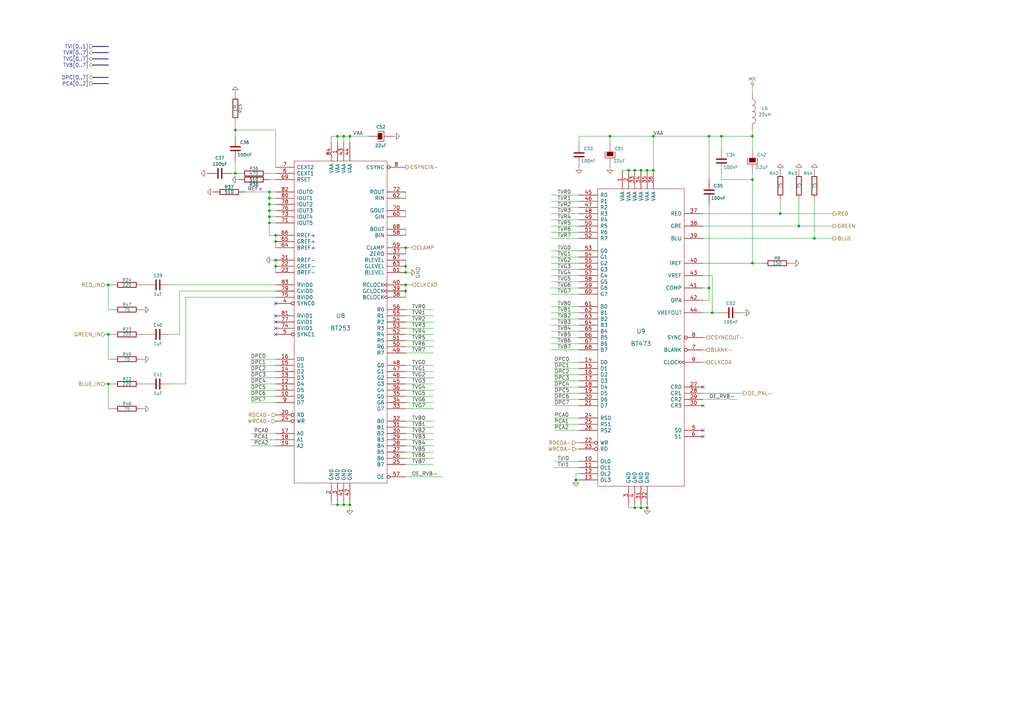
<source format=kicad_sch>
(kicad_sch (version 20241209) (generator "eeschema") (generator_version "9.0")
  (paper "A3")
  (title_block (title "Video") (date "Sun 22 Mar 2015") (rev "2.0B") (company "Kicad EDA"))
  (lib_symbols
    (symbol "video_schlib:BT253" (pin_names (offset 1.016))
      (property "Reference" "U" (at 0 2.54 0))
      (property "Value" "BT253" (at 0 -2.54 0))
      (symbol "BT253_0_1"
        (rectangle (start -19.05 -66.04) (end 19.05 66.04))
      )
      (symbol "BT253_1_1"
        (pin input line (at -26.67 63.5 0) (length 7.62) (name "CEXT2") (number "7"))
        (pin output line (at -26.67 60.96 0) (length 7.62) (name "CEXT1") (number "6"))
        (pin input line (at -26.67 58.42 0) (length 7.62) (name "RSET") (number "69"))
        (pin passive line (at -26.67 53.34 0) (length 7.62) (name "IOUT0") (number "82"))
        (pin passive line (at -26.67 50.8 0) (length 7.62) (name "IOUT1") (number "80"))
        (pin passive line (at -26.67 48.26 0) (length 7.62) (name "IOUT2") (number "78"))
        (pin passive line (at -26.67 45.72 0) (length 7.62) (name "IOUT3") (number "76"))
        (pin passive line (at -26.67 43.18 0) (length 7.62) (name "IOUT4") (number "73"))
        (pin passive line (at -26.67 40.64 0) (length 7.62) (name "IOUT5") (number "71"))
        (pin input line (at -26.67 35.56 0) (length 7.62) (name "RREF+") (number "66"))
        (pin input line (at -26.67 33.02 0) (length 7.62) (name "GREF+") (number "65"))
        (pin input line (at -26.67 30.48 0) (length 7.62) (name "BREF+") (number "64"))
        (pin input line (at -26.67 25.4 0) (length 7.62) (name "RREF-") (number "21"))
        (pin input line (at -26.67 22.86 0) (length 7.62) (name "GREF-") (number "22"))
        (pin input line (at -26.67 20.32 0) (length 7.62) (name "BREF-") (number "23"))
        (pin input line (at -26.67 15.24 0) (length 7.62) (name "RVID0") (number "83"))
        (pin input line (at -26.67 12.7 0) (length 7.62) (name "GVID0") (number "79"))
        (pin input line (at -26.67 10.16 0) (length 7.62) (name "BVID0") (number "75"))
        (pin input inverted (at -26.67 7.62 0) (length 7.62) (name "SYNC0") (number "4"))
        (pin input line (at -26.67 2.54 0) (length 7.62) (name "RVID1") (number "81"))
        (pin input line (at -26.67 0 0) (length 7.62) (name "GVID1") (number "77"))
        (pin input line (at -26.67 -2.54 0) (length 7.62) (name "BVID1") (number "74"))
        (pin input inverted (at -26.67 -5.08 0) (length 7.62) (name "SYNC1") (number "5"))
        (pin tri_state line (at -26.67 -15.24 0) (length 7.62) (name "D0") (number "16"))
        (pin tri_state line (at -26.67 -17.78 0) (length 7.62) (name "D1") (number "15"))
        (pin tri_state line (at -26.67 -20.32 0) (length 7.62) (name "D2") (number "14"))
        (pin tri_state line (at -26.67 -22.86 0) (length 7.62) (name "D3") (number "13"))
        (pin tri_state line (at -26.67 -25.4 0) (length 7.62) (name "D4") (number "12"))
        (pin tri_state line (at -26.67 -27.94 0) (length 7.62) (name "D5") (number "11"))
        (pin tri_state line (at -26.67 -30.48 0) (length 7.62) (name "D6") (number "10"))
        (pin tri_state line (at -26.67 -33.02 0) (length 7.62) (name "D7") (number "9"))
        (pin input inverted (at -26.67 -38.1 0) (length 7.62) (name "RD") (number "20"))
        (pin input inverted (at -26.67 -40.64 0) (length 7.62) (name "WR") (number "24"))
        (pin input line (at -26.67 -45.72 0) (length 7.62) (name "A0") (number "17"))
        (pin input line (at -26.67 -48.26 0) (length 7.62) (name "A1") (number "18"))
        (pin input line (at -26.67 -50.8 0) (length 7.62) (name "A2") (number "19"))
        (pin input line (at -3.81 73.66 270) (length 7.62) (name "VAA") (number "84"))
        (pin input line (at -3.81 -73.66 90) (length 7.62) (name "GND") (number "2"))
        (pin input line (at -1.27 73.66 270) (length 7.62) (name "VAA") (number "1"))
        (pin input line (at -1.27 -73.66 90) (length 7.62) (name "GND") (number "3"))
        (pin input line (at 1.27 73.66 270) (length 7.62) (name "VAA") (number "43"))
        (pin input line (at 1.27 -73.66 90) (length 7.62) (name "GND") (number "41"))
        (pin input line (at 3.81 73.66 270) (length 7.62) (name "VAA") (number "44"))
        (pin input line (at 3.81 -73.66 90) (length 7.62) (name "GND") (number "42"))
        (pin output inverted (at 26.67 63.5 180) (length 7.62) (name "CSYNC") (number "8"))
        (pin output line (at 26.67 53.34 180) (length 7.62) (name "ROUT") (number "72"))
        (pin input line (at 26.67 50.8 180) (length 7.62) (name "RIN") (number "62"))
        (pin output line (at 26.67 45.72 180) (length 7.62) (name "GOUT") (number "70"))
        (pin input line (at 26.67 43.18 180) (length 7.62) (name "GIN") (number "60"))
        (pin output line (at 26.67 38.1 180) (length 7.62) (name "BOUT") (number "68"))
        (pin input line (at 26.67 35.56 180) (length 7.62) (name "BIN") (number "58"))
        (pin input line (at 26.67 30.48 180) (length 7.62) (name "CLAMP") (number "59"))
        (pin input line (at 26.67 27.94 180) (length 7.62) (name "ZERO") (number "37"))
        (pin input line (at 26.67 25.4 180) (length 7.62) (name "RLEVEL") (number "67"))
        (pin input line (at 26.67 22.86 180) (length 7.62) (name "GLEVEL") (number "63"))
        (pin input line (at 26.67 20.32 180) (length 7.62) (name "BLEVEL") (number "61"))
        (pin input clock (at 26.67 15.24 180) (length 7.62) (name "RCLOCK") (number "40"))
        (pin input clock (at 26.67 12.7 180) (length 7.62) (name "GCLOCK") (number "39"))
        (pin input clock (at 26.67 10.16 180) (length 7.62) (name "BCLOCK") (number "38"))
        (pin tri_state line (at 26.67 5.08 180) (length 7.62) (name "R0") (number "56"))
        (pin tri_state line (at 26.67 2.54 180) (length 7.62) (name "R1") (number "55"))
        (pin tri_state line (at 26.67 0 180) (length 7.62) (name "R2") (number "54"))
        (pin tri_state line (at 26.67 -2.54 180) (length 7.62) (name "R3") (number "53"))
        (pin tri_state line (at 26.67 -5.08 180) (length 7.62) (name "R4") (number "52"))
        (pin tri_state line (at 26.67 -7.62 180) (length 7.62) (name "R5") (number "51"))
        (pin tri_state line (at 26.67 -10.16 180) (length 7.62) (name "R6") (number "50"))
        (pin tri_state line (at 26.67 -12.7 180) (length 7.62) (name "R7") (number "49"))
        (pin tri_state line (at 26.67 -17.78 180) (length 7.62) (name "G0") (number "48"))
        (pin tri_state line (at 26.67 -20.32 180) (length 7.62) (name "G1") (number "47"))
        (pin tri_state line (at 26.67 -22.86 180) (length 7.62) (name "G2") (number "46"))
        (pin tri_state line (at 26.67 -25.4 180) (length 7.62) (name "G3") (number "45"))
        (pin tri_state line (at 26.67 -27.94 180) (length 7.62) (name "G4") (number "36"))
        (pin tri_state line (at 26.67 -30.48 180) (length 7.62) (name "G5") (number "35"))
        (pin tri_state line (at 26.67 -33.02 180) (length 7.62) (name "G6") (number "34"))
        (pin tri_state line (at 26.67 -35.56 180) (length 7.62) (name "G7") (number "33"))
        (pin tri_state line (at 26.67 -40.64 180) (length 7.62) (name "B0") (number "32"))
        (pin tri_state line (at 26.67 -43.18 180) (length 7.62) (name "B1") (number "31"))
        (pin tri_state line (at 26.67 -45.72 180) (length 7.62) (name "B2") (number "30"))
        (pin tri_state line (at 26.67 -48.26 180) (length 7.62) (name "B3") (number "29"))
        (pin tri_state line (at 26.67 -50.8 180) (length 7.62) (name "B4") (number "28"))
        (pin tri_state line (at 26.67 -53.34 180) (length 7.62) (name "B5") (number "27"))
        (pin tri_state line (at 26.67 -55.88 180) (length 7.62) (name "B6") (number "26"))
        (pin tri_state line (at 26.67 -58.42 180) (length 7.62) (name "B7") (number "25"))
        (pin input inverted (at 26.67 -63.5 180) (length 7.62) (name "OE") (number "57"))
      )
    )
    (symbol "video_schlib:BT473" (pin_names (offset 1.016))
      (property "Reference" "U" (at 0 2.54 0))
      (property "Value" "BT473" (at 0 -2.54 0))
      (symbol "BT473_0_1"
        (rectangle (start -17.78 -60.96) (end 17.78 60.96))
      )
      (symbol "BT473_1_1"
        (pin input line (at -25.4 58.42 0) (length 7.62) (name "R0") (number "45"))
        (pin input line (at -25.4 55.88 0) (length 7.62) (name "R1") (number "46"))
        (pin input line (at -25.4 53.34 0) (length 7.62) (name "R2") (number "47"))
        (pin input line (at -25.4 50.8 0) (length 7.62) (name "R3") (number "48"))
        (pin input line (at -25.4 48.26 0) (length 7.62) (name "R4") (number "49"))
        (pin input line (at -25.4 45.72 0) (length 7.62) (name "R5") (number "50"))
        (pin input line (at -25.4 43.18 0) (length 7.62) (name "R6") (number "51"))
        (pin input line (at -25.4 40.64 0) (length 7.62) (name "R7") (number "52"))
        (pin input line (at -25.4 35.56 0) (length 7.62) (name "G0") (number "53"))
        (pin input line (at -25.4 33.02 0) (length 7.62) (name "G1") (number "54"))
        (pin input line (at -25.4 30.48 0) (length 7.62) (name "G2") (number "55"))
        (pin input line (at -25.4 27.94 0) (length 7.62) (name "G3") (number "56"))
        (pin input line (at -25.4 25.4 0) (length 7.62) (name "G4") (number "57"))
        (pin input line (at -25.4 22.86 0) (length 7.62) (name "G5") (number "58"))
        (pin input line (at -25.4 20.32 0) (length 7.62) (name "G6") (number "59"))
        (pin input line (at -25.4 17.78 0) (length 7.62) (name "G7") (number "60"))
        (pin input line (at -25.4 12.7 0) (length 7.62) (name "B0") (number "61"))
        (pin input line (at -25.4 10.16 0) (length 7.62) (name "B1") (number "62"))
        (pin input line (at -25.4 7.62 0) (length 7.62) (name "B2") (number "63"))
        (pin input line (at -25.4 5.08 0) (length 7.62) (name "B3") (number "64"))
        (pin input line (at -25.4 2.54 0) (length 7.62) (name "B4") (number "65"))
        (pin input line (at -25.4 0 0) (length 7.62) (name "B5") (number "66"))
        (pin input line (at -25.4 -2.54 0) (length 7.62) (name "B6") (number "67"))
        (pin input line (at -25.4 -5.08 0) (length 7.62) (name "B7") (number "68"))
        (pin input line (at -25.4 -10.16 0) (length 7.62) (name "D0") (number "14"))
        (pin input line (at -25.4 -12.7 0) (length 7.62) (name "D1") (number "15"))
        (pin input line (at -25.4 -15.24 0) (length 7.62) (name "D2") (number "16"))
        (pin input line (at -25.4 -17.78 0) (length 7.62) (name "D3") (number "17"))
        (pin input line (at -25.4 -20.32 0) (length 7.62) (name "D4") (number "18"))
        (pin input line (at -25.4 -22.86 0) (length 7.62) (name "D5") (number "19"))
        (pin input line (at -25.4 -25.4 0) (length 7.62) (name "D6") (number "20"))
        (pin input line (at -25.4 -27.94 0) (length 7.62) (name "D7") (number "21"))
        (pin input line (at -25.4 -33.02 0) (length 7.62) (name "RS0") (number "24"))
        (pin input line (at -25.4 -35.56 0) (length 7.62) (name "RS1") (number "25"))
        (pin input line (at -25.4 -38.1 0) (length 7.62) (name "RS2") (number "26"))
        (pin input inverted (at -25.4 -43.18 0) (length 7.62) (name "WR") (number "22"))
        (pin input inverted (at -25.4 -45.72 0) (length 7.62) (name "RD") (number "23"))
        (pin input line (at -25.4 -50.8 0) (length 7.62) (name "OL0") (number "10"))
        (pin input line (at -25.4 -53.34 0) (length 7.62) (name "OL1") (number "11"))
        (pin input line (at -25.4 -55.88 0) (length 7.62) (name "OL2") (number "12"))
        (pin input line (at -25.4 -58.42 0) (length 7.62) (name "OL3") (number "13"))
        (pin input line (at -7.62 68.58 270) (length 7.62) (name "VAA") (number "1"))
        (pin input line (at -5.08 68.58 270) (length 7.62) (name "VAA") (number "2"))
        (pin input line (at -5.08 -68.58 90) (length 7.62) (name "GND") (number "3"))
        (pin input line (at -2.54 68.58 270) (length 7.62) (name "VAA") (number "33"))
        (pin input line (at -2.54 -68.58 90) (length 7.62) (name "GND") (number "4"))
        (pin input line (at 0 68.58 270) (length 7.62) (name "VAA") (number "34"))
        (pin input line (at 0 -68.58 90) (length 7.62) (name "GND") (number "31"))
        (pin input line (at 2.54 68.58 270) (length 7.62) (name "VAA") (number "35"))
        (pin input line (at 2.54 -68.58 90) (length 7.62) (name "GND") (number "32"))
        (pin input line (at 5.08 68.58 270) (length 7.62) (name "VAA") (number "36"))
        (pin output line (at 25.4 50.8 180) (length 7.62) (name "RED") (number "37"))
        (pin output line (at 25.4 45.72 180) (length 7.62) (name "GRE") (number "38"))
        (pin output line (at 25.4 40.64 180) (length 7.62) (name "BLU") (number "39"))
        (pin input line (at 25.4 30.48 180) (length 7.62) (name "IREF") (number "40"))
        (pin input line (at 25.4 25.4 180) (length 7.62) (name "VREF") (number "43"))
        (pin input line (at 25.4 20.32 180) (length 7.62) (name "COMP") (number "41"))
        (pin output line (at 25.4 15.24 180) (length 7.62) (name "OPA") (number "42"))
        (pin output line (at 25.4 10.16 180) (length 7.62) (name "VREFOUT") (number "44"))
        (pin input inverted (at 25.4 0 180) (length 7.62) (name "SYNC") (number "8"))
        (pin input inverted (at 25.4 -5.08 180) (length 7.62) (name "BLANK") (number "7"))
        (pin input clock (at 25.4 -10.16 180) (length 7.62) (name "CLOCK") (number "9"))
        (pin output line (at 25.4 -20.32 180) (length 7.62) (name "CR0") (number "27"))
        (pin output line (at 25.4 -22.86 180) (length 7.62) (name "CR1") (number "28"))
        (pin output line (at 25.4 -25.4 180) (length 7.62) (name "CR2") (number "29"))
        (pin output line (at 25.4 -27.94 180) (length 7.62) (name "CR3") (number "30"))
        (pin input line (at 25.4 -38.1 180) (length 7.62) (name "S0") (number "5"))
        (pin input line (at 25.4 -40.64 180) (length 7.62) (name "S1") (number "6"))
      )
    )
    (symbol "video_schlib:C" (pin_numbers (hide yes)) (pin_names (offset 0.254))
      (property "Reference" "C" (at 0 2.54 0))
      (property "Value" "C" (at 0.1524 -2.159 0))
      (symbol "C_0_1"
        (polyline (pts (xy -2.032 0.762) (xy 2.032 0.762)) (stroke (width 0.508)))
        (polyline (pts (xy -2.032 -0.762) (xy 2.032 -0.762)) (stroke (width 0.508)))
      )
      (symbol "C_1_1"
        (pin passive line (at 0 5.08 270) (length 4.318) (name "~") (number "1"))
        (pin passive line (at 0 -5.08 90) (length 4.318) (name "~") (number "2"))
      )
    )
    (symbol "video_schlib:CP" (pin_numbers (hide yes)) (pin_names (offset 0.254) (hide yes))
      (property "Reference" "C" (at 1.27 2.54 0))
      (property "Value" "CP" (at 1.27 -2.54 0))
      (symbol "CP_0_1"
        (polyline (pts (xy -2.032 1.27) (xy -2.032 -1.27) (xy 2.032 -1.27) (xy 2.032 1.27)) (stroke (width 0.2032)))
        (polyline (pts (xy -1.27 1.27) (xy -1.27 -0.508) (xy 1.27 -0.508) (xy 1.27 1.27)) (fill (type outline)))
      )
      (symbol "CP_1_1"
        (pin passive line (at 0 5.08 270) (length 3.81) (name "~") (number "1"))
        (pin passive line (at 0 -5.08 90) (length 3.81) (name "~") (number "2"))
      )
    )
    (symbol "video_schlib:GND" (power) (pin_names (offset 0))
      (symbol "GND_0_1"
        (polyline (pts (xy -1.27 0) (xy 0 -1.27) (xy 1.27 0) (xy -1.27 0)))
      )
      (symbol "GND_1_1"
        (pin power_in line (at 0 0 90) (length 0) (hide yes) (name "GND") (number "1"))
      )
    )
    (symbol "video_schlib:INDUCTOR" (pin_numbers (hide yes)) (pin_names (offset 1.016) (hide yes))
      (property "Reference" "L" (at -1.27 0 90))
      (property "Value" "INDUCTOR" (at 2.54 0 90))
      (symbol "INDUCTOR_0_1"
        (arc (start 0.0254 4.9784) (mid 1.1942 3.7719) (end 0.0254 2.5654))
        (arc (start 0.0254 2.5908) (mid 1.2704 1.3081) (end 0.0254 0.0254))
        (arc (start 0.0254 0.0508) (mid 1.2704 -1.2319) (end 0.0254 -2.5146))
        (arc (start 0.0254 -2.54) (mid 1.245 -3.7973) (end 0.0254 -5.0546))
      )
      (symbol "INDUCTOR_1_1"
        (pin passive line (at 0 7.62 270) (length 2.54) (name "1") (number "1"))
        (pin passive line (at 0 -7.62 90) (length 2.54) (name "2") (number "2"))
      )
    )
    (symbol "video_schlib:R" (pin_numbers (hide yes)) (pin_names (offset 0))
      (property "Reference" "R" (at 2.032 0 90))
      (property "Value" "R" (at 0.1778 0.0254 90))
      (symbol "R_0_1"
        (rectangle (start -1.016 3.81) (end 1.016 -3.81) (stroke (width 0.3048)))
      )
      (symbol "R_1_1"
        (pin passive line (at 0 6.35 270) (length 2.54) (name "~") (number "1"))
        (pin passive line (at 0 -6.35 90) (length 2.54) (name "~") (number "2"))
      )
    )
    (symbol "video_schlib:VCC" (power) (pin_names (offset 0))
      (property "Value" "VCC" (at 0 2.54 0))
      (symbol "VCC_0_0"
        (pin power_in line (at 0 0 90) (length 0) (hide yes) (name "VCC") (number "1"))
      )
      (symbol "VCC_0_1"
        (circle (center 0 1.27) (radius 0.508))
        (polyline (pts (xy 0 0) (xy 0 0.762) (xy 0 0.762)))
      )
    )
  )
  (junction (at 166.37 111.76) (diameter 0.9144))
  (junction (at 308.61 73.66) (diameter 0.9144))
  (junction (at 166.37 119.38) (diameter 0.9144))
  (junction (at 327.66 92.71) (diameter 0.9144))
  (junction (at 110.49 81.28) (diameter 0.9144))
  (junction (at 262.89 208.28) (diameter 0.9144))
  (junction (at 44.45 116.84) (diameter 0.9144))
  (junction (at 110.49 78.74) (diameter 0.9144))
  (junction (at 308.61 55.88) (diameter 0.9144))
  (junction (at 140.97 207.01) (diameter 0.9144))
  (junction (at 110.49 83.82) (diameter 0.9144))
  (junction (at 260.35 69.85) (diameter 0.9144))
  (junction (at 265.43 69.85) (diameter 0.9144))
  (junction (at 290.83 118.11) (diameter 0.9144))
  (junction (at 236.22 196.85) (diameter 0.9144))
  (junction (at 166.37 109.22) (diameter 0.9144))
  (junction (at 295.91 55.88) (diameter 0.9144))
  (junction (at 267.97 69.85) (diameter 0.9144))
  (junction (at 138.43 207.01) (diameter 0.9144))
  (junction (at 292.1 128.27) (diameter 0.9144))
  (junction (at 262.89 69.85) (diameter 0.9144))
  (junction (at 143.51 207.01) (diameter 0.9144))
  (junction (at 138.43 55.88) (diameter 0.9144))
  (junction (at 320.04 87.63) (diameter 0.9144))
  (junction (at 166.37 101.6) (diameter 0.9144))
  (junction (at 96.52 53.34) (diameter 0.9144))
  (junction (at 44.45 157.48) (diameter 0.9144))
  (junction (at 308.61 107.95) (diameter 0.9144))
  (junction (at 113.03 96.52) (diameter 0.9144))
  (junction (at 110.49 88.9) (diameter 0.9144))
  (junction (at 44.45 137.16) (diameter 0.9144))
  (junction (at 166.37 116.84) (diameter 0.9144))
  (junction (at 250.19 55.88) (diameter 0.9144))
  (junction (at 334.01 97.79) (diameter 0.9144))
  (junction (at 113.03 106.68) (diameter 0.9144))
  (junction (at 110.49 86.36) (diameter 0.9144))
  (junction (at 140.97 55.88) (diameter 0.9144))
  (junction (at 113.03 99.06) (diameter 0.9144))
  (junction (at 265.43 208.28) (diameter 0.9144))
  (junction (at 290.83 55.88) (diameter 0.9144))
  (junction (at 113.03 109.22) (diameter 0.9144))
  (junction (at 267.97 55.88) (diameter 0.9144))
  (junction (at 110.49 91.44) (diameter 0.9144))
  (junction (at 257.81 69.85) (diameter 0.9144))
  (junction (at 143.51 55.88) (diameter 0.9144))
  (junction (at 96.52 71.12) (diameter 0.9144))
  (junction (at 260.35 208.28) (diameter 0.9144))
  (no_connect (at 288.29 166.37))
  (no_connect (at 288.29 158.75))
  (no_connect (at 113.03 137.16))
  (no_connect (at 113.03 129.54))
  (no_connect (at 288.29 176.53))
  (no_connect (at 288.29 179.07))
  (no_connect (at 113.03 134.62))
  (no_connect (at 113.03 132.08))
  (no_connect (at 113.03 124.46))
  (wire (pts (xy 226.06 102.87) (xy 237.49 102.87)))
  (wire (pts (xy 58.42 137.16) (xy 59.69 137.16)))
  (wire (pts (xy 95.25 71.12) (xy 96.52 71.12)))
  (wire (pts (xy 102.87 180.34) (xy 113.03 180.34)))
  (wire (pts (xy 250.19 58.42) (xy 250.19 55.88)))
  (wire (pts (xy 166.37 127) (xy 177.8 127)))
  (wire (pts (xy 44.45 147.32) (xy 45.72 147.32)))
  (wire (pts (xy 292.1 128.27) (xy 294.64 128.27)))
  (wire (pts (xy 102.87 147.32) (xy 113.03 147.32)))
  (wire (pts (xy 288.29 97.79) (xy 334.01 97.79)))
  (wire (pts (xy 166.37 101.6) (xy 168.91 101.6)))
  (wire (pts (xy 327.66 92.71) (xy 341.63 92.71)))
  (wire (pts (xy 260.35 208.28) (xy 262.89 208.28)))
  (wire (pts (xy 290.83 55.88) (xy 295.91 55.88)))
  (wire (pts (xy 237.49 196.85) (xy 236.22 196.85)))
  (wire (pts (xy 113.03 121.92) (xy 76.2 121.92)))
  (wire (pts (xy 166.37 93.98) (xy 166.37 96.52)))
  (wire (pts (xy 227.33 153.67) (xy 237.49 153.67)))
  (wire (pts (xy 43.18 137.16) (xy 44.45 137.16)))
  (wire (pts (xy 140.97 207.01) (xy 143.51 207.01)))
  (wire (pts (xy 226.06 113.03) (xy 237.49 113.03)))
  (wire (pts (xy 334.01 69.85) (xy 334.01 68.58)))
  (wire (pts (xy 166.37 162.56) (xy 177.8 162.56)))
  (wire (pts (xy 265.43 69.85) (xy 267.97 69.85)))
  (wire (pts (xy 237.49 184.15) (xy 236.22 184.15)))
  (wire (pts (xy 166.37 167.64) (xy 177.8 167.64)))
  (wire (pts (xy 102.87 177.8) (xy 113.03 177.8)))
  (wire (pts (xy 236.22 194.31) (xy 236.22 196.85)))
  (wire (pts (xy 227.33 148.59) (xy 237.49 148.59)))
  (wire (pts (xy 260.35 69.85) (xy 262.89 69.85)))
  (wire (pts (xy 166.37 104.14) (xy 166.37 101.6)))
  (wire (pts (xy 288.29 92.71) (xy 327.66 92.71)))
  (wire (pts (xy 226.06 120.65) (xy 237.49 120.65)))
  (wire (pts (xy 265.43 208.28) (xy 265.43 209.55)))
  (wire (pts (xy 320.04 87.63) (xy 341.63 87.63)))
  (wire (pts (xy 227.33 161.29) (xy 237.49 161.29)))
  (wire (pts (xy 113.03 99.06) (xy 113.03 101.6)))
  (wire (pts (xy 226.06 133.35) (xy 237.49 133.35)))
  (wire (pts (xy 226.06 92.71) (xy 237.49 92.71)))
  (wire (pts (xy 290.83 123.19) (xy 288.29 123.19)))
  (wire (pts (xy 227.33 158.75) (xy 237.49 158.75)))
  (wire (pts (xy 96.52 38.1) (xy 96.52 36.83)))
  (wire (pts (xy 166.37 116.84) (xy 166.37 119.38)))
  (wire (pts (xy 227.33 163.83) (xy 237.49 163.83)))
  (wire (pts (xy 226.06 107.95) (xy 237.49 107.95)))
  (wire (pts (xy 236.22 181.61) (xy 237.49 181.61)))
  (wire (pts (xy 226.06 90.17) (xy 237.49 90.17)))
  (wire (pts (xy 110.49 78.74) (xy 110.49 81.28)))
  (wire (pts (xy 260.35 208.28) (xy 260.35 207.01)))
  (wire (pts (xy 44.45 157.48) (xy 44.45 167.64)))
  (wire (pts (xy 166.37 109.22) (xy 166.37 111.76)))
  (wire (pts (xy 96.52 73.66) (xy 97.79 73.66)))
  (wire (pts (xy 226.06 125.73) (xy 237.49 125.73)))
  (wire (pts (xy 113.03 81.28) (xy 110.49 81.28)))
  (wire (pts (xy 226.06 130.81) (xy 237.49 130.81)))
  (wire (pts (xy 44.45 137.16) (xy 44.45 147.32)))
  (wire (pts (xy 166.37 111.76) (xy 168.91 111.76)))
  (wire (pts (xy 110.49 86.36) (xy 113.03 86.36)))
  (wire (pts (xy 308.61 53.34) (xy 308.61 55.88)))
  (wire (pts (xy 250.19 69.85) (xy 250.19 68.58)))
  (wire (pts (xy 237.49 189.23) (xy 227.33 189.23)))
  (wire (pts (xy 166.37 190.5) (xy 177.8 190.5)))
  (wire (pts (xy 110.49 83.82) (xy 113.03 83.82)))
  (wire (pts (xy 96.52 71.12) (xy 97.79 71.12)))
  (wire (pts (xy 166.37 157.48) (xy 177.8 157.48)))
  (wire (pts (xy 292.1 113.03) (xy 288.29 113.03)))
  (wire (pts (xy 110.49 96.52) (xy 113.03 96.52)))
  (wire (pts (xy 102.87 182.88) (xy 113.03 182.88)))
  (wire (pts (xy 288.29 107.95) (xy 308.61 107.95)))
  (wire (pts (xy 69.85 116.84) (xy 113.03 116.84)))
  (wire (pts (xy 59.69 127) (xy 58.42 127)))
  (wire (pts (xy 227.33 166.37) (xy 237.49 166.37)))
  (wire (pts (xy 110.49 86.36) (xy 110.49 88.9)))
  (wire (pts (xy 290.83 83.82) (xy 290.83 118.11)))
  (wire (pts (xy 110.49 71.12) (xy 113.03 71.12)))
  (wire (pts (xy 236.22 196.85) (xy 236.22 198.12)))
  (wire (pts (xy 166.37 86.36) (xy 166.37 88.9)))
  (wire (pts (xy 226.06 138.43) (xy 237.49 138.43)))
  (wire (pts (xy 102.87 157.48) (xy 113.03 157.48)))
  (wire (pts (xy 102.87 165.1) (xy 113.03 165.1)))
  (wire (pts (xy 162.56 55.88) (xy 161.29 55.88)))
  (wire (pts (xy 257.81 208.28) (xy 260.35 208.28)))
  (wire (pts (xy 166.37 149.86) (xy 177.8 149.86)))
  (wire (pts (xy 166.37 180.34) (xy 177.8 180.34)))
  (wire (pts (xy 290.83 55.88) (xy 290.83 73.66)))
  (wire (pts (xy 110.49 73.66) (xy 113.03 73.66)))
  (wire (pts (xy 227.33 151.13) (xy 237.49 151.13)))
  (wire (pts (xy 320.04 82.55) (xy 320.04 87.63)))
  (wire (pts (xy 76.2 121.92) (xy 76.2 157.48)))
  (wire (pts (xy 110.49 88.9) (xy 113.03 88.9)))
  (wire (pts (xy 59.69 147.32) (xy 58.42 147.32)))
  (wire (pts (xy 237.49 191.77) (xy 227.33 191.77)))
  (wire (pts (xy 102.87 154.94) (xy 113.03 154.94)))
  (wire (pts (xy 237.49 58.42) (xy 237.49 55.88)))
  (wire (pts (xy 226.06 128.27) (xy 237.49 128.27)))
  (wire (pts (xy 226.06 82.55) (xy 237.49 82.55)))
  (wire (pts (xy 226.06 118.11) (xy 237.49 118.11)))
  (wire (pts (xy 288.29 87.63) (xy 320.04 87.63)))
  (wire (pts (xy 226.06 105.41) (xy 237.49 105.41)))
  (wire (pts (xy 44.45 157.48) (xy 45.72 157.48)))
  (wire (pts (xy 308.61 73.66) (xy 308.61 107.95)))
  (wire (pts (xy 308.61 55.88) (xy 308.61 60.96)))
  (wire (pts (xy 226.06 110.49) (xy 237.49 110.49)))
  (wire (pts (xy 226.06 135.89) (xy 237.49 135.89)))
  (wire (pts (xy 308.61 71.12) (xy 308.61 73.66)))
  (bus (pts (xy 38.1 19.05) (xy 44.45 19.05)))
  (wire (pts (xy 288.29 163.83) (xy 302.26 163.83)))
  (wire (pts (xy 58.42 116.84) (xy 59.69 116.84)))
  (wire (pts (xy 226.06 85.09) (xy 237.49 85.09)))
  (wire (pts (xy 166.37 144.78) (xy 177.8 144.78)))
  (wire (pts (xy 226.06 95.25) (xy 237.49 95.25)))
  (wire (pts (xy 326.39 107.95) (xy 325.12 107.95)))
  (wire (pts (xy 166.37 132.08) (xy 177.8 132.08)))
  (wire (pts (xy 226.06 143.51) (xy 237.49 143.51)))
  (wire (pts (xy 237.49 55.88) (xy 250.19 55.88)))
  (wire (pts (xy 166.37 78.74) (xy 166.37 81.28)))
  (wire (pts (xy 226.06 80.01) (xy 237.49 80.01)))
  (wire (pts (xy 166.37 152.4) (xy 177.8 152.4)))
  (wire (pts (xy 306.07 128.27) (xy 304.8 128.27)))
  (wire (pts (xy 295.91 55.88) (xy 308.61 55.88)))
  (wire (pts (xy 290.83 118.11) (xy 290.83 123.19)))
  (wire (pts (xy 135.89 55.88) (xy 135.89 58.42)))
  (wire (pts (xy 44.45 137.16) (xy 45.72 137.16)))
  (wire (pts (xy 166.37 142.24) (xy 177.8 142.24)))
  (wire (pts (xy 143.51 55.88) (xy 151.13 55.88)))
  (wire (pts (xy 135.89 207.01) (xy 138.43 207.01)))
  (wire (pts (xy 166.37 119.38) (xy 166.37 121.92)))
  (bus (pts (xy 38.1 34.29) (xy 44.45 34.29)))
  (wire (pts (xy 113.03 106.68) (xy 113.03 109.22)))
  (wire (pts (xy 58.42 167.64) (xy 59.69 167.64)))
  (wire (pts (xy 226.06 87.63) (xy 237.49 87.63)))
  (wire (pts (xy 257.81 208.28) (xy 257.81 207.01)))
  (wire (pts (xy 86.36 78.74) (xy 87.63 78.74)))
  (wire (pts (xy 135.89 207.01) (xy 135.89 205.74)))
  (wire (pts (xy 102.87 149.86) (xy 113.03 149.86)))
  (wire (pts (xy 138.43 207.01) (xy 140.97 207.01)))
  (wire (pts (xy 250.19 55.88) (xy 267.97 55.88)))
  (wire (pts (xy 166.37 139.7) (xy 177.8 139.7)))
  (wire (pts (xy 113.03 119.38) (xy 73.66 119.38)))
  (wire (pts (xy 265.43 207.01) (xy 265.43 208.28)))
  (wire (pts (xy 96.52 50.8) (xy 96.52 53.34)))
  (bus (pts (xy 38.1 31.75) (xy 44.45 31.75)))
  (wire (pts (xy 290.83 118.11) (xy 288.29 118.11)))
  (wire (pts (xy 308.61 35.56) (xy 308.61 38.1)))
  (wire (pts (xy 166.37 160.02) (xy 177.8 160.02)))
  (wire (pts (xy 227.33 173.99) (xy 237.49 173.99)))
  (wire (pts (xy 166.37 175.26) (xy 177.8 175.26)))
  (wire (pts (xy 295.91 71.12) (xy 295.91 73.66)))
  (wire (pts (xy 110.49 91.44) (xy 113.03 91.44)))
  (wire (pts (xy 110.49 83.82) (xy 110.49 86.36)))
  (wire (pts (xy 102.87 152.4) (xy 113.03 152.4)))
  (wire (pts (xy 69.85 137.16) (xy 73.66 137.16)))
  (bus (pts (xy 38.1 24.13) (xy 44.45 24.13)))
  (wire (pts (xy 143.51 207.01) (xy 143.51 209.55)))
  (wire (pts (xy 138.43 55.88) (xy 140.97 55.88)))
  (wire (pts (xy 44.45 167.64) (xy 45.72 167.64)))
  (wire (pts (xy 83.82 71.12) (xy 85.09 71.12)))
  (wire (pts (xy 110.49 81.28) (xy 110.49 83.82)))
  (wire (pts (xy 96.52 53.34) (xy 96.52 55.88)))
  (wire (pts (xy 44.45 116.84) (xy 45.72 116.84)))
  (wire (pts (xy 69.85 157.48) (xy 76.2 157.48)))
  (wire (pts (xy 166.37 172.72) (xy 177.8 172.72)))
  (wire (pts (xy 227.33 171.45) (xy 237.49 171.45)))
  (wire (pts (xy 110.49 78.74) (xy 113.03 78.74)))
  (wire (pts (xy 96.52 71.12) (xy 96.52 66.04)))
  (wire (pts (xy 138.43 55.88) (xy 138.43 58.42)))
  (wire (pts (xy 143.51 58.42) (xy 143.51 55.88)))
  (wire (pts (xy 308.61 107.95) (xy 312.42 107.95)))
  (wire (pts (xy 166.37 129.54) (xy 177.8 129.54)))
  (wire (pts (xy 289.56 143.51) (xy 288.29 143.51)))
  (wire (pts (xy 327.66 68.58) (xy 327.66 69.85)))
  (wire (pts (xy 166.37 137.16) (xy 177.8 137.16)))
  (wire (pts (xy 43.18 116.84) (xy 44.45 116.84)))
  (wire (pts (xy 140.97 55.88) (xy 140.97 58.42)))
  (wire (pts (xy 166.37 134.62) (xy 177.8 134.62)))
  (bus (pts (xy 38.1 26.67) (xy 44.45 26.67)))
  (wire (pts (xy 166.37 187.96) (xy 177.8 187.96)))
  (wire (pts (xy 267.97 69.85) (xy 267.97 55.88)))
  (wire (pts (xy 110.49 91.44) (xy 110.49 96.52)))
  (wire (pts (xy 320.04 69.85) (xy 320.04 68.58)))
  (wire (pts (xy 166.37 182.88) (xy 177.8 182.88)))
  (wire (pts (xy 58.42 157.48) (xy 59.69 157.48)))
  (wire (pts (xy 113.03 53.34) (xy 113.03 68.58)))
  (wire (pts (xy 226.06 115.57) (xy 237.49 115.57)))
  (wire (pts (xy 226.06 97.79) (xy 237.49 97.79)))
  (wire (pts (xy 168.91 116.84) (xy 166.37 116.84)))
  (wire (pts (xy 295.91 73.66) (xy 308.61 73.66)))
  (wire (pts (xy 113.03 109.22) (xy 113.03 111.76)))
  (wire (pts (xy 102.87 162.56) (xy 113.03 162.56)))
  (wire (pts (xy 289.56 138.43) (xy 288.29 138.43)))
  (wire (pts (xy 237.49 68.58) (xy 237.49 69.85)))
  (wire (pts (xy 288.29 128.27) (xy 292.1 128.27)))
  (wire (pts (xy 226.06 140.97) (xy 237.49 140.97)))
  (wire (pts (xy 289.56 148.59) (xy 288.29 148.59)))
  (wire (pts (xy 288.29 161.29) (xy 304.8 161.29)))
  (wire (pts (xy 96.52 53.34) (xy 113.03 53.34)))
  (wire (pts (xy 135.89 55.88) (xy 138.43 55.88)))
  (wire (pts (xy 44.45 116.84) (xy 44.45 127)))
  (wire (pts (xy 143.51 205.74) (xy 143.51 207.01)))
  (wire (pts (xy 334.01 97.79) (xy 341.63 97.79)))
  (wire (pts (xy 166.37 185.42) (xy 177.8 185.42)))
  (wire (pts (xy 166.37 195.58) (xy 181.61 195.58)))
  (wire (pts (xy 292.1 128.27) (xy 292.1 113.03)))
  (wire (pts (xy 140.97 205.74) (xy 140.97 207.01)))
  (wire (pts (xy 267.97 55.88) (xy 290.83 55.88)))
  (wire (pts (xy 262.89 208.28) (xy 262.89 207.01)))
  (wire (pts (xy 255.27 69.85) (xy 257.81 69.85)))
  (wire (pts (xy 113.03 96.52) (xy 113.03 99.06)))
  (wire (pts (xy 227.33 156.21) (xy 237.49 156.21)))
  (wire (pts (xy 257.81 69.85) (xy 260.35 69.85)))
  (wire (pts (xy 295.91 55.88) (xy 295.91 60.96)))
  (bus (pts (xy 38.1 21.59) (xy 44.45 21.59)))
  (wire (pts (xy 110.49 88.9) (xy 110.49 91.44)))
  (wire (pts (xy 138.43 205.74) (xy 138.43 207.01)))
  (wire (pts (xy 166.37 154.94) (xy 177.8 154.94)))
  (wire (pts (xy 262.89 69.85) (xy 265.43 69.85)))
  (wire (pts (xy 100.33 78.74) (xy 110.49 78.74)))
  (wire (pts (xy 102.87 160.02) (xy 113.03 160.02)))
  (wire (pts (xy 44.45 127) (xy 45.72 127)))
  (wire (pts (xy 43.18 157.48) (xy 44.45 157.48)))
  (wire (pts (xy 334.01 97.79) (xy 334.01 82.55)))
  (wire (pts (xy 140.97 55.88) (xy 143.51 55.88)))
  (wire (pts (xy 236.22 194.31) (xy 237.49 194.31)))
  (wire (pts (xy 166.37 165.1) (xy 177.8 165.1)))
  (wire (pts (xy 73.66 119.38) (xy 73.66 137.16)))
  (wire (pts (xy 262.89 208.28) (xy 265.43 208.28)))
  (wire (pts (xy 227.33 176.53) (xy 237.49 176.53)))
  (wire (pts (xy 166.37 177.8) (xy 177.8 177.8)))
  (wire (pts (xy 166.37 106.68) (xy 166.37 109.22)))
  (wire (pts (xy 110.49 106.68) (xy 113.03 106.68)))
  (wire (pts (xy 327.66 92.71) (xy 327.66 82.55)))
  (label "TVI0" (at 228.6 189.23 0) (effects (font (size 1.524 1.524))))
  (label "TVR5" (at 228.6 92.71 0) (effects (font (size 1.524 1.524))))
  (label "PCA0" (at 104.14 177.8 0) (effects (font (size 1.524 1.524))))
  (label "TVR3" (at 168.91 134.62 0) (effects (font (size 1.524 1.524))))
  (label "DPC2" (at 227.33 153.67 0) (effects (font (size 1.524 1.524))))
  (label "TVG7" (at 168.91 167.64 0) (effects (font (size 1.524 1.524))))
  (label "TVR3" (at 228.6 87.63 0) (effects (font (size 1.524 1.524))))
  (label "TVG2" (at 168.91 154.94 0) (effects (font (size 1.524 1.524))))
  (label "DPC0" (at 102.87 147.32 0) (effects (font (size 1.524 1.524))))
  (label "TVR2" (at 228.6 85.09 0) (effects (font (size 1.524 1.524))))
  (label "DPC5" (at 227.33 161.29 0) (effects (font (size 1.524 1.524))))
  (label "OE_RVB-" (at 290.83 163.83 0) (effects (font (size 1.524 1.524))))
  (label "TVG5" (at 168.91 162.56 0) (effects (font (size 1.524 1.524))))
  (label "TVG3" (at 228.6 110.49 0) (effects (font (size 1.524 1.524))))
  (label "TVG1" (at 228.6 105.41 0) (effects (font (size 1.524 1.524))))
  (label "DPC7" (at 227.33 166.37 0) (effects (font (size 1.524 1.524))))
  (label "TVB4" (at 228.6 135.89 0) (effects (font (size 1.524 1.524))))
  (label "TVB1" (at 168.91 175.26 0) (effects (font (size 1.524 1.524))))
  (label "TVB0" (at 168.91 172.72 0) (effects (font (size 1.524 1.524))))
  (label "PCA1" (at 104.14 180.34 0) (effects (font (size 1.524 1.524))))
  (label "TVB5" (at 228.6 138.43 0) (effects (font (size 1.524 1.524))))
  (label "DPC4" (at 227.33 158.75 0) (effects (font (size 1.524 1.524))))
  (label "DPC5" (at 102.87 160.02 0) (effects (font (size 1.524 1.524))))
  (label "DPC6" (at 102.87 162.56 0) (effects (font (size 1.524 1.524))))
  (label "TVR6" (at 168.91 142.24 0) (effects (font (size 1.524 1.524))))
  (label "PCA0" (at 227.33 171.45 0) (effects (font (size 1.524 1.524))))
  (label "VAA" (at 144.78 55.88 0) (effects (font (size 1.524 1.524))))
  (label "TVB1" (at 228.6 128.27 0) (effects (font (size 1.524 1.524))))
  (label "TVB6" (at 168.91 187.96 0) (effects (font (size 1.524 1.524))))
  (label "VAA" (at 267.97 55.88 0) (effects (font (size 1.524 1.524))))
  (label "OE_RVB-" (at 168.91 195.58 0) (effects (font (size 1.524 1.524))))
  (label "PCA1" (at 227.33 173.99 0) (effects (font (size 1.524 1.524))))
  (label "TVG5" (at 228.6 115.57 0) (effects (font (size 1.524 1.524))))
  (label "TVB4" (at 168.91 182.88 0) (effects (font (size 1.524 1.524))))
  (label "TVR7" (at 228.6 97.79 0) (effects (font (size 1.524 1.524))))
  (label "TVR1" (at 168.91 129.54 0) (effects (font (size 1.524 1.524))))
  (label "TVR4" (at 228.6 90.17 0) (effects (font (size 1.524 1.524))))
  (label "TVG4" (at 228.6 113.03 0) (effects (font (size 1.524 1.524))))
  (label "TVI1" (at 228.6 191.77 0) (effects (font (size 1.524 1.524))))
  (label "TVG2" (at 228.6 107.95 0) (effects (font (size 1.524 1.524))))
  (label "TVR0" (at 168.91 127 0) (effects (font (size 1.524 1.524))))
  (label "TVR6" (at 228.6 95.25 0) (effects (font (size 1.524 1.524))))
  (label "TVB5" (at 168.91 185.42 0) (effects (font (size 1.524 1.524))))
  (label "TVR7" (at 168.91 144.78 0) (effects (font (size 1.524 1.524))))
  (label "TVR4" (at 168.91 137.16 0) (effects (font (size 1.524 1.524))))
  (label "DPC4" (at 102.87 157.48 0) (effects (font (size 1.524 1.524))))
  (label "TVG4" (at 168.91 160.02 0) (effects (font (size 1.524 1.524))))
  (label "PCA2" (at 227.33 176.53 0) (effects (font (size 1.524 1.524))))
  (label "TVG3" (at 168.91 157.48 0) (effects (font (size 1.524 1.524))))
  (label "TVB3" (at 228.6 133.35 0) (effects (font (size 1.524 1.524))))
  (label "DPC3" (at 227.33 156.21 0) (effects (font (size 1.524 1.524))))
  (label "TVG6" (at 228.6 118.11 0) (effects (font (size 1.524 1.524))))
  (label "TVG6" (at 168.91 165.1 0) (effects (font (size 1.524 1.524))))
  (label "TVG0" (at 168.91 149.86 0) (effects (font (size 1.524 1.524))))
  (label "TVR0" (at 228.6 80.01 0) (effects (font (size 1.524 1.524))))
  (label "TVB6" (at 228.6 140.97 0) (effects (font (size 1.524 1.524))))
  (label "TVB2" (at 168.91 177.8 0) (effects (font (size 1.524 1.524))))
  (label "TVR2" (at 168.91 132.08 0) (effects (font (size 1.524 1.524))))
  (label "PCA2" (at 104.14 182.88 0) (effects (font (size 1.524 1.524))))
  (label "DPC1" (at 102.87 149.86 0) (effects (font (size 1.524 1.524))))
  (label "REF+" (at 101.6 78.74 0) (effects (font (size 1.524 1.524))))
  (label "TVB3" (at 168.91 180.34 0) (effects (font (size 1.524 1.524))))
  (label "TVG0" (at 228.6 102.87 0) (effects (font (size 1.524 1.524))))
  (label "DPC7" (at 102.87 165.1 0) (effects (font (size 1.524 1.524))))
  (label "DPC1" (at 227.33 151.13 0) (effects (font (size 1.524 1.524))))
  (label "TVR5" (at 168.91 139.7 0) (effects (font (size 1.524 1.524))))
  (label "TVB2" (at 228.6 130.81 0) (effects (font (size 1.524 1.524))))
  (label "TVG1" (at 168.91 152.4 0) (effects (font (size 1.524 1.524))))
  (label "TVB7" (at 228.6 143.51 0) (effects (font (size 1.524 1.524))))
  (label "TVG7" (at 228.6 120.65 0) (effects (font (size 1.524 1.524))))
  (label "DPC3" (at 102.87 154.94 0) (effects (font (size 1.524 1.524))))
  (label "DPC2" (at 102.87 152.4 0) (effects (font (size 1.524 1.524))))
  (label "TVB7" (at 168.91 190.5 0) (effects (font (size 1.524 1.524))))
  (label "TVB0" (at 228.6 125.73 0) (effects (font (size 1.524 1.524))))
  (label "DPC0" (at 227.33 148.59 0) (effects (font (size 1.524 1.524))))
  (label "TVR1" (at 228.6 82.55 0) (effects (font (size 1.524 1.524))))
  (label "DPC6" (at 227.33 163.83 0) (effects (font (size 1.524 1.524))))
  (hierarchical_label "OE_PAL-" (shape output) (at 304.8 161.29 0) (effects (font (size 1.524 1.524))))
  (hierarchical_label "CLKCAD" (shape input) (at 168.91 116.84 0) (effects (font (size 1.524 1.524))))
  (hierarchical_label "TVR[0..7]" (shape tri_state) (at 38.1 21.59 180) (effects (font (size 1.524 1.524))))
  (hierarchical_label "CLKCDA" (shape input) (at 289.56 148.59 0) (effects (font (size 1.524 1.524))))
  (hierarchical_label "DPC[0..7]" (shape tri_state) (at 38.1 31.75 180) (effects (font (size 1.524 1.524))))
  (hierarchical_label "GREEN_IN" (shape input) (at 43.18 137.16 180) (effects (font (size 1.524 1.524))))
  (hierarchical_label "BLANK-" (shape input) (at 289.56 143.51 0) (effects (font (size 1.524 1.524))))
  (hierarchical_label "GREEN" (shape output) (at 341.63 92.71 0) (effects (font (size 1.524 1.524))))
  (hierarchical_label "TVB[0..7]" (shape tri_state) (at 38.1 26.67 180) (effects (font (size 1.524 1.524))))
  (hierarchical_label "BLUE" (shape output) (at 341.63 97.79 0) (effects (font (size 1.524 1.524))))
  (hierarchical_label "RED_IN" (shape input) (at 43.18 116.84 180) (effects (font (size 1.524 1.524))))
  (hierarchical_label "WRCDA-" (shape input) (at 236.22 184.15 180) (effects (font (size 1.524 1.524))))
  (hierarchical_label "RED" (shape output) (at 341.63 87.63 0) (effects (font (size 1.524 1.524))))
  (hierarchical_label "TVG[0..7]" (shape tri_state) (at 38.1 24.13 180) (effects (font (size 1.524 1.524))))
  (hierarchical_label "RDCDA-" (shape input) (at 236.22 181.61 180) (effects (font (size 1.524 1.524))))
  (hierarchical_label "BLUE_IN" (shape input) (at 43.18 157.48 180) (effects (font (size 1.524 1.524))))
  (hierarchical_label "TVI[0..1]" (shape input) (at 38.1 19.05 180) (effects (font (size 1.524 1.524))))
  (hierarchical_label "CSYNCOUT-" (shape input) (at 289.56 138.43 0) (effects (font (size 1.524 1.524))))
  (hierarchical_label "CLAMP" (shape input) (at 168.91 101.6 0) (effects (font (size 1.524 1.524))))
  (hierarchical_label "WRCAD-" (shape input) (at 113.03 172.72 180) (effects (font (size 1.524 1.524))))
  (hierarchical_label "CSYNCIN-" (shape output) (at 166.37 68.58 0) (effects (font (size 1.524 1.524))))
  (hierarchical_label "PCA[0..2]" (shape input) (at 38.1 34.29 180) (effects (font (size 1.524 1.524))))
  (hierarchical_label "RDCAD-" (shape input) (at 113.03 170.18 180) (effects (font (size 1.524 1.524))))
  (symbol (lib_id "video_schlib:GND") (at 162.56 55.88 90) (unit 1)
    (property "Reference" "#GND0180" (effects (hide yes)))
    (property "Value" "GND" (effects (hide yes)))
  )
  (symbol (lib_id "video_schlib:CP") (at 250.19 63.5 0) (unit 1)
    (property "Reference" "C51" (at 254 60.96 0))
    (property "Value" "22uF" (at 254 66.04 0))
    (property "Footprint" "Resistor_SMD:R_1210_3225Metric_Pad1.30x2.65mm_HandSolder" (effects (hide yes)))
  )
  (symbol (lib_id "video_schlib:BT253") (at 139.7 132.08 0) (unit 1)
    (property "Reference" "U8" (at 139.7 129.54 0) (effects (font (size 1.778 1.778))))
    (property "Value" "BT253" (at 139.7 134.62 0) (effects (font (size 1.778 1.778))))
    (property "Footprint" "footprints:PLCC84" (effects (hide yes)))
  )
  (symbol (lib_id "video_schlib:BT473") (at 262.89 138.43 0) (unit 1)
    (property "Reference" "U9" (at 262.89 135.89 0) (effects (font (size 1.778 1.778))))
    (property "Value" "BT473" (at 262.89 140.97 0) (effects (font (size 1.778 1.778))))
    (property "Footprint" "footprints:PLCC68" (effects (hide yes)))
  )
  (symbol (lib_id "video_schlib:GND") (at 265.43 209.55 0) (unit 1)
    (property "Reference" "#GND0167" (effects (hide yes)))
    (property "Value" "GND" (effects (hide yes)))
  )
  (symbol (lib_id "video_schlib:GND") (at 143.51 209.55 0) (unit 1)
    (property "Reference" "#GND0166" (effects (hide yes)))
    (property "Value" "GND" (effects (hide yes)))
  )
  (symbol (lib_id "video_schlib:C") (at 299.72 128.27 270) (unit 1)
    (property "Reference" "C32" (at 299.72 124.46 90))
    (property "Value" "100nF" (at 299.72 132.08 90))
    (property "Footprint" "Resistor_SMD:R_1206_3216Metric_Pad1.30x1.75mm_HandSolder" (effects (hide yes)))
  )
  (symbol (lib_id "video_schlib:GND") (at 306.07 128.27 90) (unit 1)
    (property "Reference" "#PWR0164" (effects (hide yes)))
    (property "Value" "GND" (effects (hide yes)))
  )
  (symbol (lib_id "video_schlib:GND") (at 110.49 106.68 270) (unit 1)
    (property "Reference" "#PWR0163" (effects (hide yes)))
    (property "Value" "GND" (effects (hide yes)))
  )
  (symbol (lib_id "video_schlib:GND") (at 236.22 198.12 0) (unit 1)
    (property "Reference" "#PWR0162" (effects (hide yes)))
    (property "Value" "GND" (effects (hide yes)))
  )
  (symbol (lib_id "video_schlib:VCC") (at 308.61 35.56 0) (unit 1)
    (property "Reference" "#VCC0182" (effects (hide yes)))
    (property "Value" "VCC" (at 308.61 32.3933 0) (effects (font (size 1.016 1.016))))
  )
  (symbol (lib_id "video_schlib:R") (at 93.98 78.74 90) (unit 1)
    (property "Reference" "R37" (at 93.98 76.708 90))
    (property "Value" "510" (at 93.98 78.74 90))
    (property "Footprint" "Resistor_SMD:R_1206_3216Metric_Pad1.30x1.75mm_HandSolder" (effects (hide yes)))
  )
  (symbol (lib_id "video_schlib:GND") (at 86.36 78.74 270) (unit 1)
    (property "Reference" "#GND0181" (effects (hide yes)))
    (property "Value" "GND" (effects (hide yes)))
  )
  (symbol (lib_id "video_schlib:GND") (at 237.49 69.85 0) (unit 1)
    (property "Reference" "#GND0168" (effects (hide yes)))
    (property "Value" "GND" (effects (hide yes)))
  )
  (symbol (lib_id "video_schlib:GND") (at 250.19 69.85 0) (unit 1)
    (property "Reference" "#GND0169" (effects (hide yes)))
    (property "Value" "GND" (effects (hide yes)))
  )
  (symbol (lib_id "video_schlib:GND") (at 320.04 68.58 180) (unit 1)
    (property "Reference" "#GND0170" (effects (hide yes)))
    (property "Value" "GND" (effects (hide yes)))
  )
  (symbol (lib_id "video_schlib:GND") (at 327.66 68.58 180) (unit 1)
    (property "Reference" "#GND0171" (effects (hide yes)))
    (property "Value" "GND" (effects (hide yes)))
  )
  (symbol (lib_id "video_schlib:GND") (at 334.01 68.58 180) (unit 1)
    (property "Reference" "#GND0172" (effects (hide yes)))
    (property "Value" "GND" (effects (hide yes)))
  )
  (symbol (lib_id "video_schlib:GND") (at 96.52 73.66 270) (unit 1)
    (property "Reference" "#GND0177" (effects (hide yes)))
    (property "Value" "GND" (effects (hide yes)))
  )
  (symbol (lib_id "video_schlib:GND") (at 326.39 107.95 90) (unit 1)
    (property "Reference" "#GND0165" (effects (hide yes)))
    (property "Value" "GND" (effects (hide yes)))
  )
  (symbol (lib_id "video_schlib:R") (at 104.14 71.12 90) (unit 1)
    (property "Reference" "R36" (at 104.14 69.088 90))
    (property "Value" "470" (at 104.14 71.12 90))
    (property "Footprint" "Resistor_SMD:R_1206_3216Metric_Pad1.30x1.75mm_HandSolder" (effects (hide yes)))
  )
  (symbol (lib_id "video_schlib:R") (at 52.07 137.16 90) (unit 1)
    (property "Reference" "R23" (at 52.07 135.128 90))
    (property "Value" "220" (at 52.07 137.16 90))
    (property "Footprint" "Resistor_SMD:R_1206_3216Metric_Pad1.30x1.75mm_HandSolder" (effects (hide yes)))
  )
  (symbol (lib_id "video_schlib:R") (at 334.01 76.2 0) (unit 1)
    (property "Reference" "R44" (at 331.47 71.12 0))
    (property "Value" "75" (at 334.01 76.2 90))
    (property "Footprint" "Resistor_SMD:R_1206_3216Metric_Pad1.30x1.75mm_HandSolder" (effects (hide yes)))
  )
  (symbol (lib_id "video_schlib:GND") (at 59.69 167.64 90) (unit 1)
    (property "Reference" "#GND0176" (effects (hide yes)))
    (property "Value" "GND" (effects (hide yes)))
  )
  (symbol (lib_id "video_schlib:GND") (at 168.91 111.76 90) (unit 1)
    (property "Reference" "#GND0173" (effects (hide yes)))
    (property "Value" "GND" (at 171.45 111.76 0) (effects (font (size 1.524 1.524))))
  )
  (symbol (lib_id "video_schlib:R") (at 52.07 147.32 90) (unit 1)
    (property "Reference" "R45" (at 52.07 145.288 90))
    (property "Value" "75" (at 52.07 147.32 90))
    (property "Footprint" "Resistor_SMD:R_1206_3216Metric_Pad1.30x1.75mm_HandSolder" (effects (hide yes)))
  )
  (symbol (lib_id "video_schlib:R") (at 52.07 167.64 90) (unit 1)
    (property "Reference" "R46" (at 52.07 165.608 90))
    (property "Value" "75" (at 52.07 167.64 90))
    (property "Footprint" "Resistor_SMD:R_1206_3216Metric_Pad1.30x1.75mm_HandSolder" (effects (hide yes)))
  )
  (symbol (lib_id "video_schlib:C") (at 96.52 60.96 0) (unit 1)
    (property "Reference" "C36" (at 100.33 58.42 0))
    (property "Value" "100nF" (at 100.33 63.5 0))
    (property "Footprint" "Resistor_SMD:R_1206_3216Metric_Pad1.30x1.75mm_HandSolder" (effects (hide yes)))
  )
  (symbol (lib_id "video_schlib:INDUCTOR") (at 308.61 45.72 0) (unit 1)
    (property "Reference" "L5" (at 313.69 44.45 0))
    (property "Value" "22uH" (at 313.69 46.99 0))
    (property "Footprint" "Resistor_SMD:R_1812_4532Metric_Pad1.30x3.40mm_HandSolder" (effects (hide yes)))
  )
  (symbol (lib_id "video_schlib:C") (at 64.77 137.16 270) (unit 1)
    (property "Reference" "C40" (at 64.77 133.35 90))
    (property "Value" "1uF" (at 64.77 140.97 90))
    (property "Footprint" "Resistor_SMD:R_1210_3225Metric_Pad1.30x2.65mm_HandSolder" (effects (hide yes)))
  )
  (symbol (lib_id "video_schlib:R") (at 52.07 157.48 90) (unit 1)
    (property "Reference" "R22" (at 52.07 155.448 90))
    (property "Value" "220" (at 52.07 157.48 90))
    (property "Footprint" "Resistor_SMD:R_1206_3216Metric_Pad1.30x1.75mm_HandSolder" (effects (hide yes)))
  )
  (symbol (lib_id "video_schlib:GND") (at 83.82 71.12 270) (unit 1)
    (property "Reference" "#GND0179" (effects (hide yes)))
    (property "Value" "GND" (effects (hide yes)))
  )
  (symbol (lib_id "video_schlib:GND") (at 59.69 147.32 90) (unit 1)
    (property "Reference" "#GND0175" (effects (hide yes)))
    (property "Value" "GND" (effects (hide yes)))
  )
  (symbol (lib_id "video_schlib:CP") (at 156.21 55.88 90) (unit 1)
    (property "Reference" "C52" (at 156.21 52.07 90))
    (property "Value" "22uF" (at 156.21 59.69 90))
    (property "Footprint" "Resistor_SMD:R_1206_3216Metric_Pad1.30x1.75mm_HandSolder" (effects (hide yes)))
  )
  (symbol (lib_id "video_schlib:C") (at 295.91 66.04 0) (unit 1)
    (property "Reference" "C34" (at 299.72 63.5 0))
    (property "Value" "100nF" (at 299.72 68.58 0))
    (property "Footprint" "Resistor_SMD:R_1206_3216Metric_Pad1.30x1.75mm_HandSolder" (effects (hide yes)))
  )
  (symbol (lib_id "video_schlib:C") (at 90.17 71.12 90) (unit 1)
    (property "Reference" "C37" (at 90.17 64.77 90))
    (property "Value" "100pF" (at 90.17 67.31 90))
    (property "Footprint" "Resistor_SMD:R_1206_3216Metric_Pad1.30x1.75mm_HandSolder" (effects (hide yes)))
  )
  (symbol (lib_id "video_schlib:C") (at 237.49 63.5 0) (unit 1)
    (property "Reference" "C33" (at 241.3 60.96 0))
    (property "Value" "100nF" (at 241.3 66.04 0))
    (property "Footprint" "Resistor_SMD:R_1206_3216Metric_Pad1.30x1.75mm_HandSolder" (effects (hide yes)))
  )
  (symbol (lib_id "video_schlib:C") (at 64.77 116.84 270) (unit 1)
    (property "Reference" "C39" (at 64.77 113.03 90))
    (property "Value" "1uF" (at 64.77 120.65 90))
    (property "Footprint" "Resistor_SMD:R_1210_3225Metric_Pad1.30x2.65mm_HandSolder" (effects (hide yes)))
  )
  (symbol (lib_id "video_schlib:R") (at 104.14 73.66 270) (unit 1)
    (property "Reference" "R38" (at 104.14 75.692 90))
    (property "Value" "510" (at 104.14 73.66 90))
    (property "Footprint" "Resistor_SMD:R_1206_3216Metric_Pad1.30x1.75mm_HandSolder" (effects (hide yes)))
  )
  (symbol (lib_id "video_schlib:C") (at 64.77 157.48 270) (unit 1)
    (property "Reference" "C41" (at 64.77 153.67 90))
    (property "Value" "1uF" (at 64.77 161.29 90))
    (property "Footprint" "Resistor_SMD:R_1210_3225Metric_Pad1.30x2.65mm_HandSolder" (effects (hide yes)))
  )
  (symbol (lib_id "video_schlib:R") (at 52.07 127 90) (unit 1)
    (property "Reference" "R47" (at 52.07 124.968 90))
    (property "Value" "75" (at 52.07 127 90))
    (property "Footprint" "Resistor_SMD:R_1206_3216Metric_Pad1.30x1.75mm_HandSolder" (effects (hide yes)))
  )
  (symbol (lib_id "video_schlib:R") (at 52.07 116.84 90) (unit 1)
    (property "Reference" "R24" (at 52.07 114.808 90))
    (property "Value" "220" (at 52.07 116.84 90))
    (property "Footprint" "Resistor_SMD:R_1206_3216Metric_Pad1.30x1.75mm_HandSolder" (effects (hide yes)))
  )
  (symbol (lib_id "video_schlib:R") (at 327.66 76.2 0) (unit 1)
    (property "Reference" "R43" (at 325.12 71.12 0))
    (property "Value" "75" (at 327.66 76.2 90))
    (property "Footprint" "Resistor_SMD:R_1206_3216Metric_Pad1.30x1.75mm_HandSolder" (effects (hide yes)))
  )
  (symbol (lib_id "video_schlib:R") (at 320.04 76.2 0) (unit 1)
    (property "Reference" "R42" (at 317.5 71.12 0))
    (property "Value" "75" (at 320.04 76.2 90))
    (property "Footprint" "Resistor_SMD:R_1206_3216Metric_Pad1.30x1.75mm_HandSolder" (effects (hide yes)))
  )
  (symbol (lib_id "video_schlib:GND") (at 59.69 127 90) (unit 1)
    (property "Reference" "#GND0174" (effects (hide yes)))
    (property "Value" "GND" (effects (hide yes)))
  )
  (symbol (lib_id "video_schlib:R") (at 318.77 107.95 90) (unit 1)
    (property "Reference" "R8" (at 318.77 105.918 90))
    (property "Value" "150" (at 318.77 107.95 90))
    (property "Footprint" "Resistor_SMD:R_1206_3216Metric_Pad1.30x1.75mm_HandSolder" (effects (hide yes)))
  )
  (symbol (lib_id "video_schlib:CP") (at 308.61 66.04 0) (unit 1)
    (property "Reference" "C42" (at 312.42 63.5 0))
    (property "Value" "2.2uF" (at 312.42 68.58 0))
    (property "Footprint" "Resistor_SMD:R_1210_3225Metric_Pad1.30x2.65mm_HandSolder" (effects (hide yes)))
  )
  (symbol (lib_id "video_schlib:C") (at 290.83 78.74 0) (unit 1)
    (property "Reference" "C35" (at 294.64 76.2 0))
    (property "Value" "100nF" (at 294.64 81.28 0))
    (property "Footprint" "Resistor_SMD:R_1206_3216Metric_Pad1.30x1.75mm_HandSolder" (effects (hide yes)))
  )
  (symbol (lib_id "video_schlib:GND") (at 96.52 36.83 180) (unit 1)
    (property "Reference" "#GND0178" (effects (hide yes)))
    (property "Value" "GND" (effects (hide yes)))
  )
  (symbol (lib_id "video_schlib:R") (at 96.52 44.45 0) (unit 1)
    (property "Reference" "R15" (at 98.552 44.45 90))
    (property "Value" "1M" (at 96.52 44.45 90))
    (property "Footprint" "Resistor_SMD:R_1206_3216Metric_Pad1.30x1.75mm_HandSolder" (effects (hide yes)))
  )
)
</source>
